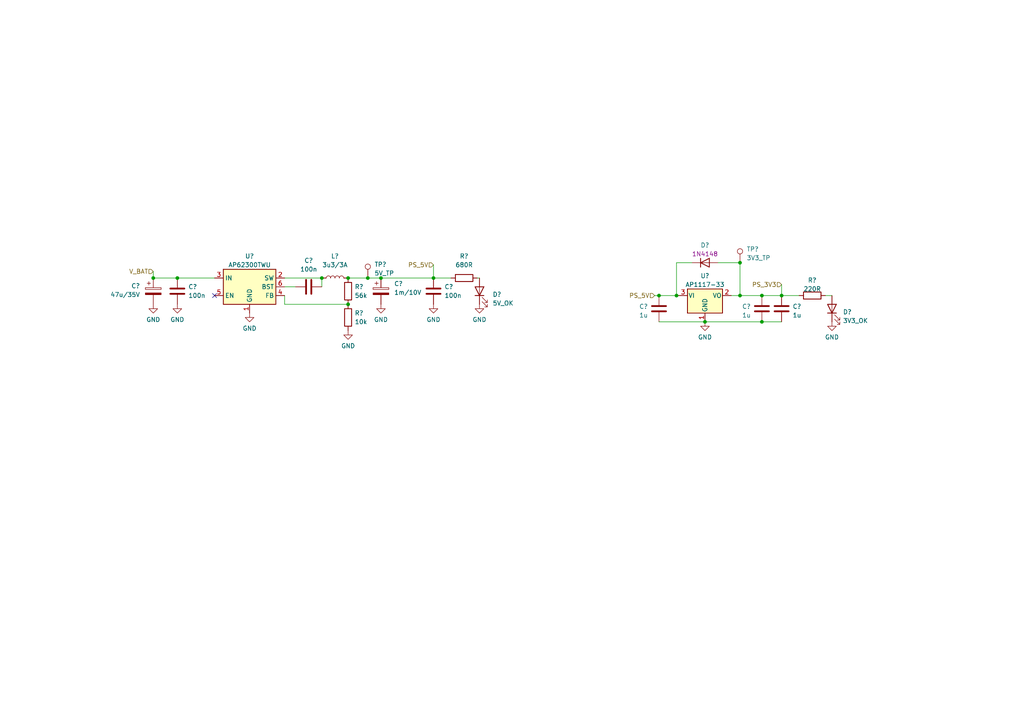
<source format=kicad_sch>
(kicad_sch (version 20230121) (generator eeschema)
  (paper "A4")
  (title_block (title "Power Supplies") (date "2023-03-06") (rev "V1.0") (comment 1 "Zuzanna Kunikowska") (comment 2 "Mateusz Wójcik"))
  (lib_symbols
    (symbol "Connector:TestPoint" (pin_numbers hide) (pin_names (offset 0.762) hide)
      (property "Reference" "TP" (at 0 6.858 0))
      (property "Value" "TestPoint" (at 0 5.08 0))
      (symbol "TestPoint_0_1"
        (circle (center 0 3.302) (radius 0.762))
      )
      (symbol "TestPoint_1_1"
        (pin passive line (at 0 0 90) (length 2.54) (name "1") (number "1"))
      )
    )
    (symbol "Device:C" (pin_numbers hide) (pin_names (offset 0.254))
      (property "Reference" "C" (at 0.635 2.54 0))
      (property "Value" "C" (at 0.635 -2.54 0))
      (symbol "C_0_1"
        (polyline (pts (xy -2.032 -0.762) (xy 2.032 -0.762)) (stroke (width 0.508)))
        (polyline (pts (xy -2.032 0.762) (xy 2.032 0.762)) (stroke (width 0.508)))
      )
      (symbol "C_1_1"
        (pin passive line (at 0 3.81 270) (length 2.794) (name "~") (number "1"))
        (pin passive line (at 0 -3.81 90) (length 2.794) (name "~") (number "2"))
      )
    )
    (symbol "Device:C_Polarized" (pin_numbers hide) (pin_names (offset 0.254))
      (property "Reference" "C" (at 0.635 2.54 0))
      (property "Value" "C_Polarized" (at 0.635 -2.54 0))
      (symbol "C_Polarized_0_1"
        (rectangle (start -2.286 0.508) (end 2.286 1.016))
        (polyline (pts (xy -1.778 2.286) (xy -0.762 2.286)))
        (polyline (pts (xy -1.27 2.794) (xy -1.27 1.778)))
        (rectangle (start 2.286 -0.508) (end -2.286 -1.016) (fill (type outline)))
      )
      (symbol "C_Polarized_1_1"
        (pin passive line (at 0 3.81 270) (length 2.794) (name "~") (number "1"))
        (pin passive line (at 0 -3.81 90) (length 2.794) (name "~") (number "2"))
      )
    )
    (symbol "Device:D" (pin_numbers hide) (pin_names (offset 1.016) hide)
      (property "Reference" "D" (at 0 2.54 0))
      (property "Value" "D" (at 0 -2.54 0))
      (symbol "D_0_1"
        (polyline (pts (xy -1.27 1.27) (xy -1.27 -1.27)) (stroke (width 0.254)))
        (polyline (pts (xy 1.27 0) (xy -1.27 0)))
        (polyline (pts (xy 1.27 1.27) (xy 1.27 -1.27) (xy -1.27 0) (xy 1.27 1.27)) (stroke (width 0.254)))
      )
      (symbol "D_1_1"
        (pin passive line (at -3.81 0 0) (length 2.54) (name "K") (number "1"))
        (pin passive line (at 3.81 0 180) (length 2.54) (name "A") (number "2"))
      )
    )
    (symbol "Device:L" (pin_numbers hide) (pin_names (offset 1.016) hide)
      (property "Reference" "L" (at -1.27 0 90))
      (property "Value" "L" (at 1.905 0 90))
      (symbol "L_0_1"
        (arc (start 0 -2.54) (mid 0.6323 -1.905) (end 0 -1.27))
        (arc (start 0 -1.27) (mid 0.6323 -0.635) (end 0 0))
        (arc (start 0 0) (mid 0.6323 0.635) (end 0 1.27))
        (arc (start 0 1.27) (mid 0.6323 1.905) (end 0 2.54))
      )
      (symbol "L_1_1"
        (pin passive line (at 0 3.81 270) (length 1.27) (name "1") (number "1"))
        (pin passive line (at 0 -3.81 90) (length 1.27) (name "2") (number "2"))
      )
    )
    (symbol "Device:LED" (pin_numbers hide) (pin_names (offset 1.016) hide)
      (property "Reference" "D" (at 0 2.54 0))
      (property "Value" "LED" (at 0 -2.54 0))
      (symbol "LED_0_1"
        (polyline (pts (xy -1.27 -1.27) (xy -1.27 1.27)) (stroke (width 0.254)))
        (polyline (pts (xy -1.27 0) (xy 1.27 0)))
        (polyline (pts (xy 1.27 -1.27) (xy 1.27 1.27) (xy -1.27 0) (xy 1.27 -1.27)) (stroke (width 0.254)))
        (polyline (pts (xy -3.048 -0.762) (xy -4.572 -2.286) (xy -3.81 -2.286) (xy -4.572 -2.286) (xy -4.572 -1.524)))
        (polyline (pts (xy -1.778 -0.762) (xy -3.302 -2.286) (xy -2.54 -2.286) (xy -3.302 -2.286) (xy -3.302 -1.524)))
      )
      (symbol "LED_1_1"
        (pin passive line (at -3.81 0 0) (length 2.54) (name "K") (number "1"))
        (pin passive line (at 3.81 0 180) (length 2.54) (name "A") (number "2"))
      )
    )
    (symbol "Device:R" (pin_numbers hide) (pin_names (offset 0))
      (property "Reference" "R" (at 2.032 0 90))
      (property "Value" "R" (at 0 0 90))
      (symbol "R_0_1"
        (rectangle (start -1.016 -2.54) (end 1.016 2.54) (stroke (width 0.254)))
      )
      (symbol "R_1_1"
        (pin passive line (at 0 3.81 270) (length 1.27) (name "~") (number "1"))
        (pin passive line (at 0 -3.81 90) (length 1.27) (name "~") (number "2"))
      )
    )
    (symbol "Regulator_Linear:AP1117-33" (pin_names (offset 0.254))
      (property "Reference" "U" (at -3.81 3.175 0))
      (property "Value" "AP1117-33" (at 0 3.175 0))
      (symbol "AP1117-33_0_1"
        (rectangle (start -5.08 -5.08) (end 5.08 1.905) (stroke (width 0.254)) (fill (type background)))
      )
      (symbol "AP1117-33_1_1"
        (pin power_in line (at 0 -7.62 90) (length 2.54) (name "GND") (number "1"))
        (pin power_out line (at 7.62 0 180) (length 2.54) (name "VO") (number "2"))
        (pin power_in line (at -7.62 0 0) (length 2.54) (name "VI") (number "3"))
      )
    )
    (symbol "Regulator_Switching:AP62300TWU"
      (property "Reference" "U" (at -7.62 6.35 0))
      (property "Value" "AP62300TWU" (at 2.54 6.35 0))
      (symbol "AP62300TWU_0_1"
        (rectangle (start -7.62 5.08) (end 7.62 -5.08) (stroke (width 0.254)) (fill (type background)))
      )
      (symbol "AP62300TWU_1_1"
        (pin power_in line (at 0 -7.62 90) (length 2.54) (name "GND") (number "1"))
        (pin output line (at 10.16 2.54 180) (length 2.54) (name "SW") (number "2"))
        (pin power_in line (at -10.16 2.54 0) (length 2.54) (name "IN") (number "3"))
        (pin input line (at 10.16 -2.54 180) (length 2.54) (name "FB") (number "4"))
        (pin input line (at -10.16 -2.54 0) (length 2.54) (name "EN") (number "5"))
        (pin passive line (at 10.16 0 180) (length 2.54) (name "BST") (number "6"))
      )
    )
    (symbol "power:GND" (power) (pin_names (offset 0))
      (property "Value" "GND" (at 0 -3.81 0))
      (symbol "GND_0_1"
        (polyline (pts (xy 0 0) (xy 0 -1.27) (xy 1.27 -1.27) (xy 0 -2.54) (xy -1.27 -1.27) (xy 0 -1.27)))
      )
      (symbol "GND_1_1"
        (pin power_in line (at 0 0 270) (length 0) hide (name "GND") (number "1"))
      )
    )
  )
  (junction (at 191.135 85.725))
  (junction (at 196.215 85.725))
  (junction (at 106.68 80.645))
  (junction (at 110.49 80.645))
  (junction (at 44.45 80.645))
  (junction (at 220.98 85.725))
  (junction (at 51.435 80.645))
  (junction (at 214.63 85.725))
  (junction (at 100.965 80.645))
  (junction (at 125.73 80.645))
  (junction (at 214.63 76.2))
  (junction (at 226.695 85.725))
  (junction (at 93.345 80.645))
  (junction (at 220.98 93.345))
  (junction (at 100.965 88.265))
  (junction (at 204.47 93.345))
  (no_connect (at 62.23 85.725))
  (wire (pts (xy 196.215 85.725) (xy 196.85 85.725)))
  (wire (pts (xy 226.695 85.725) (xy 231.775 85.725)))
  (wire (pts (xy 100.965 88.265) (xy 82.55 88.265)))
  (wire (pts (xy 138.43 80.645) (xy 139.065 80.645)))
  (wire (pts (xy 220.98 93.345) (xy 226.695 93.345)))
  (wire (pts (xy 196.215 76.2) (xy 196.215 85.725)))
  (wire (pts (xy 106.68 80.645) (xy 110.49 80.645)))
  (wire (pts (xy 204.47 93.345) (xy 220.98 93.345)))
  (wire (pts (xy 220.98 85.725) (xy 226.695 85.725)))
  (wire (pts (xy 191.135 93.345) (xy 204.47 93.345)))
  (wire (pts (xy 82.55 83.185) (xy 85.725 83.185)))
  (wire (pts (xy 44.45 78.74) (xy 44.45 80.645)))
  (wire (pts (xy 200.66 76.2) (xy 196.215 76.2)))
  (wire (pts (xy 208.28 76.2) (xy 214.63 76.2)))
  (wire (pts (xy 51.435 80.645) (xy 62.23 80.645)))
  (wire (pts (xy 82.55 80.645) (xy 93.345 80.645)))
  (wire (pts (xy 189.865 85.725) (xy 191.135 85.725)))
  (wire (pts (xy 125.73 76.835) (xy 125.73 80.645)))
  (wire (pts (xy 100.965 80.645) (xy 106.68 80.645)))
  (wire (pts (xy 214.63 85.725) (xy 220.98 85.725)))
  (wire (pts (xy 82.55 88.265) (xy 82.55 85.725)))
  (wire (pts (xy 212.09 85.725) (xy 214.63 85.725)))
  (wire (pts (xy 191.135 85.725) (xy 196.215 85.725)))
  (wire (pts (xy 239.395 85.725) (xy 241.3 85.725)))
  (wire (pts (xy 214.63 76.2) (xy 214.63 85.725)))
  (wire (pts (xy 44.45 80.645) (xy 51.435 80.645)))
  (wire (pts (xy 226.695 82.55) (xy 226.695 85.725)))
  (wire (pts (xy 125.73 80.645) (xy 130.81 80.645)))
  (wire (pts (xy 93.345 80.645) (xy 93.345 83.185)))
  (wire (pts (xy 110.49 80.645) (xy 125.73 80.645)))
  (hierarchical_label "PS_5V" (shape input) (at 189.865 85.725 180))
  (hierarchical_label "V_BAT" (shape input) (at 44.45 78.74 180))
  (hierarchical_label "PS_3V3" (shape input) (at 226.695 82.55 180))
  (hierarchical_label "PS_5V" (shape input) (at 125.73 76.835 180))
  (symbol (lib_id "Connector:TestPoint") (at 106.68 80.645 0) (unit 1)
    (property "Reference" "TP?" (at 108.585 76.708 0) (effects (justify left)))
    (property "Value" "5V_TP" (at 108.585 79.248 0) (effects (justify left)))
    (property "Footprint" "TestPoint:TestPoint_Pad_D1.5mm" (effects hide))
    (instances (project "Robot_Controller_PCB" (path "" (reference "TP?") (unit 1))) (project "Scout_Robot_Controller" (path "" (reference "TP18") (unit 1))))
  )
  (symbol (lib_id "power:GND") (at 125.73 88.265 0) (unit 1)
    (property "Reference" "#PWR?" (effects hide))
    (property "Value" "GND" (at 125.73 92.71 0))
    (instances (project "Robot_Controller_PCB" (path "" (reference "#PWR?") (unit 1))) (project "Scout_Robot_Controller" (path "" (reference "#PWR0112") (unit 1))))
  )
  (symbol (lib_id "Device:C") (at 191.135 89.535 0) (unit 1)
    (property "Reference" "C?" (at 187.96 88.9 0) (effects (justify right)))
    (property "Value" "1u" (at 187.96 91.44 0) (effects (justify right)))
    (property "Footprint" "Capacitor_SMD:C_1206_3216Metric" (effects hide))
    (instances (project "Robot_Controller_PCB" (path "" (reference "C?") (unit 1))) (project "Scout_Robot_Controller" (path "" (reference "C24") (unit 1))))
  )
  (symbol (lib_id "power:GND") (at 241.3 93.345 0) (unit 1)
    (property "Reference" "#PWR?" (effects hide))
    (property "Value" "GND" (at 241.3 97.79 0))
    (instances (project "Robot_Controller_PCB" (path "" (reference "#PWR?") (unit 1))) (project "Scout_Robot_Controller" (path "" (reference "#PWR0118") (unit 1))))
  )
  (symbol (lib_id "Device:C") (at 220.98 89.535 0) (unit 1)
    (property "Reference" "C?" (at 217.805 88.9 0) (effects (justify right)))
    (property "Value" "1u" (at 217.805 91.44 0) (effects (justify right)))
    (property "Footprint" "Capacitor_SMD:C_1206_3216Metric" (effects hide))
    (instances (project "Robot_Controller_PCB" (path "" (reference "C?") (unit 1))) (project "Scout_Robot_Controller" (path "" (reference "C25") (unit 1))))
  )
  (symbol (lib_id "Device:C") (at 125.73 84.455 0) (unit 1)
    (property "Reference" "C?" (at 128.905 83.1849 0) (effects (justify left)))
    (property "Value" "100n" (at 128.905 85.7249 0) (effects (justify left)))
    (property "Footprint" "Capacitor_SMD:C_0805_2012Metric" (effects hide))
    (instances (project "Robot_Controller_PCB" (path "" (reference "C?") (unit 1))) (project "Scout_Robot_Controller" (path "" (reference "C22") (unit 1))))
  )
  (symbol (lib_id "power:GND") (at 204.47 93.345 0) (unit 1)
    (property "Reference" "#PWR?" (effects hide))
    (property "Value" "GND" (at 204.47 97.79 0))
    (instances (project "Robot_Controller_PCB" (path "" (reference "#PWR?") (unit 1))) (project "Scout_Robot_Controller" (path "" (reference "#PWR0117") (unit 1))))
  )
  (symbol (lib_id "Device:C") (at 89.535 83.185 90) (unit 1)
    (property "Reference" "C?" (at 89.535 75.565 90))
    (property "Value" "100n" (at 89.535 78.105 90))
    (property "Footprint" "Capacitor_SMD:C_0805_2012Metric" (effects hide))
    (instances (project "Robot_Controller_PCB" (path "" (reference "C?") (unit 1))) (project "Scout_Robot_Controller" (path "" (reference "C19") (unit 1))))
  )
  (symbol (lib_id "Device:R") (at 134.62 80.645 90) (unit 1)
    (property "Reference" "R?" (at 134.62 74.295 90))
    (property "Value" "680R" (at 134.62 76.835 90))
    (property "Footprint" "Resistor_SMD:R_0805_2012Metric" (effects hide))
    (instances (project "Robot_Controller_PCB" (path "" (reference "R?") (unit 1))) (project "Scout_Robot_Controller" (path "" (reference "R47") (unit 1))))
  )
  (symbol (lib_id "Device:LED") (at 139.065 84.455 90) (unit 1)
    (property "Reference" "D?" (at 142.875 85.4075 90) (effects (justify right)))
    (property "Value" "5V_OK" (at 142.875 87.9475 90) (effects (justify right)))
    (property "Footprint" "LED_SMD:LED_0805_2012Metric" (effects hide))
    (instances (project "Robot_Controller_PCB" (path "" (reference "D?") (unit 1))) (project "Scout_Robot_Controller" (path "" (reference "D8") (unit 1))))
  )
  (symbol (lib_id "Device:R") (at 100.965 92.075 0) (unit 1)
    (property "Reference" "R?" (at 102.87 90.8049 0) (effects (justify left)))
    (property "Value" "10k" (at 102.87 93.3449 0) (effects (justify left)))
    (property "Footprint" "Resistor_SMD:R_0805_2012Metric" (effects hide))
    (instances (project "Robot_Controller_PCB" (path "" (reference "R?") (unit 1))) (project "Scout_Robot_Controller" (path "" (reference "R45") (unit 1))))
  )
  (symbol (lib_id "Regulator_Linear:AP1117-33") (at 204.47 85.725 0) (unit 1)
    (property "Reference" "U?" (at 204.47 80.01 0))
    (property "Value" "AP1117-33" (at 204.47 82.55 0))
    (property "Footprint" "Package_TO_SOT_SMD:SOT-223-3_TabPin2" (effects hide))
    (property "Datasheet" "http://www.diodes.com/datasheets/AP1117.pdf" (effects hide))
    (instances (project "Robot_Controller_PCB" (path "" (reference "U?") (unit 1))) (project "Scout_Robot_Controller" (path "" (reference "U7") (unit 1))))
  )
  (symbol (lib_id "power:GND") (at 100.965 95.885 0) (unit 1)
    (property "Reference" "#PWR?" (effects hide))
    (property "Value" "GND" (at 100.965 100.33 0))
    (instances (project "Robot_Controller_PCB" (path "" (reference "#PWR?") (unit 1))) (project "Scout_Robot_Controller" (path "" (reference "#PWR0108") (unit 1))))
  )
  (symbol (lib_id "Device:C") (at 226.695 89.535 0) (unit 1)
    (property "Reference" "C?" (at 229.87 88.9 0) (effects (justify left)))
    (property "Value" "1u" (at 229.87 91.44 0) (effects (justify left)))
    (property "Footprint" "Capacitor_SMD:C_1206_3216Metric" (effects hide))
    (instances (project "Robot_Controller_PCB" (path "" (reference "C?") (unit 1))) (project "Scout_Robot_Controller" (path "" (reference "C26") (unit 1))))
  )
  (symbol (lib_id "Device:C") (at 51.435 84.455 0) (unit 1)
    (property "Reference" "C?" (at 54.61 83.1849 0) (effects (justify left)))
    (property "Value" "100n" (at 54.61 85.7249 0) (effects (justify left)))
    (property "Footprint" "Capacitor_SMD:C_0805_2012Metric" (effects hide))
    (instances (project "Robot_Controller_PCB" (path "" (reference "C?") (unit 1))) (project "Scout_Robot_Controller" (path "" (reference "C16") (unit 1))))
  )
  (symbol (lib_id "power:GND") (at 139.065 88.265 0) (unit 1)
    (property "Reference" "#PWR?" (effects hide))
    (property "Value" "GND" (at 139.065 92.71 0))
    (instances (project "Robot_Controller_PCB" (path "" (reference "#PWR?") (unit 1))) (project "Scout_Robot_Controller" (path "" (reference "#PWR0114") (unit 1))))
  )
  (symbol (lib_id "Device:LED") (at 241.3 89.535 90) (unit 1)
    (property "Reference" "D?" (at 244.475 90.4875 90) (effects (justify right)))
    (property "Value" "3V3_OK" (at 244.475 93.0275 90) (effects (justify right)))
    (property "Footprint" "LED_SMD:LED_0805_2012Metric" (effects hide))
    (instances (project "Robot_Controller_PCB" (path "" (reference "D?") (unit 1))) (project "Scout_Robot_Controller" (path "" (reference "D11") (unit 1))))
  )
  (symbol (lib_id "power:GND") (at 44.45 88.265 0) (unit 1)
    (property "Reference" "#PWR?" (effects hide))
    (property "Value" "GND" (at 44.45 92.71 0))
    (instances (project "Robot_Controller_PCB" (path "" (reference "#PWR?") (unit 1))) (project "Scout_Robot_Controller" (path "" (reference "#PWR0102") (unit 1))))
  )
  (symbol (lib_id "Device:C_Polarized") (at 44.45 84.455 0) (unit 1)
    (property "Reference" "C?" (at 40.64 82.931 0) (effects (justify right)))
    (property "Value" "47u/35V" (at 40.64 85.471 0) (effects (justify right)))
    (property "Footprint" "Capacitor_SMD:CP_Elec_6.3x5.8" (effects hide))
    (instances (project "Robot_Controller_PCB" (path "" (reference "C?") (unit 1))) (project "Scout_Robot_Controller" (path "" (reference "C15") (unit 1))))
  )
  (symbol (lib_id "Device:D") (at 204.47 76.2 0) (unit 1)
    (property "Reference" "D?" (at 204.47 71.12 0))
    (property "Value" "D" (effects hide))
    (property "Footprint" "Diode_SMD:D_1206_3216Metric" (effects hide))
    (property "Datasheet" "https://www.vishay.com/docs/81857/1n4148.pdf" (effects hide))
    (property "MPN" "1N4148" (at 204.47 73.66 0))
    (instances (project "Robot_Controller_PCB" (path "" (reference "D?") (unit 1))) (project "Scout_Robot_Controller" (path "" (reference "D10") (unit 1))))
  )
  (symbol (lib_id "Device:C_Polarized") (at 110.49 84.455 0) (unit 1)
    (property "Reference" "C?" (at 114.3 82.2959 0) (effects (justify left)))
    (property "Value" "1m/10V" (at 114.3 84.8359 0) (effects (justify left)))
    (property "Footprint" "Capacitor_SMD:CP_Elec_10x7.9" (effects hide))
    (instances (project "Robot_Controller_PCB" (path "" (reference "C?") (unit 1))) (project "Scout_Robot_Controller" (path "" (reference "C20") (unit 1))))
  )
  (symbol (lib_id "Device:L") (at 97.155 80.645 90) (unit 1)
    (property "Reference" "L?" (at 97.155 74.295 90))
    (property "Value" "3u3/3A" (at 97.155 76.835 90))
    (property "Footprint" "kicad_library:FERROCORE_DJNR6045" (effects hide))
    (instances (project "Robot_Controller_PCB" (path "" (reference "L?") (unit 1))) (project "Scout_Robot_Controller" (path "" (reference "L2") (unit 1))))
  )
  (symbol (lib_id "Device:R") (at 235.585 85.725 90) (unit 1)
    (property "Reference" "R?" (at 235.585 81.28 90))
    (property "Value" "220R" (at 235.585 83.82 90))
    (property "Footprint" "Resistor_SMD:R_0805_2012Metric" (effects hide))
    (instances (project "Robot_Controller_PCB" (path "" (reference "R?") (unit 1))) (project "Scout_Robot_Controller" (path "" (reference "R49") (unit 1))))
  )
  (symbol (lib_id "Regulator_Switching:AP62300TWU") (at 72.39 83.185 0) (unit 1)
    (property "Reference" "U?" (at 72.39 74.295 0))
    (property "Value" "AP62300TWU" (at 72.39 76.835 0))
    (property "Footprint" "Package_TO_SOT_SMD:TSOT-23-6" (effects hide))
    (property "Datasheet" "https://www.diodes.com/assets/Datasheets/AP62300_AP62301_AP62300T.pdf" (effects hide))
    (instances (project "Robot_Controller_PCB" (path "" (reference "U?") (unit 1))) (project "Scout_Robot_Controller" (path "" (reference "U6") (unit 1))))
  )
  (symbol (lib_id "power:GND") (at 72.39 90.805 0) (unit 1)
    (property "Reference" "#PWR?" (effects hide))
    (property "Value" "GND" (at 72.39 95.25 0))
    (instances (project "Robot_Controller_PCB" (path "" (reference "#PWR?") (unit 1))) (project "Scout_Robot_Controller" (path "" (reference "#PWR0106") (unit 1))))
  )
  (symbol (lib_id "power:GND") (at 110.49 88.265 0) (unit 1)
    (property "Reference" "#PWR?" (effects hide))
    (property "Value" "GND" (at 110.49 92.71 0))
    (instances (project "Robot_Controller_PCB" (path "" (reference "#PWR?") (unit 1))) (project "Scout_Robot_Controller" (path "" (reference "#PWR0109") (unit 1))))
  )
  (symbol (lib_id "power:GND") (at 51.435 88.265 0) (unit 1)
    (property "Reference" "#PWR?" (effects hide))
    (property "Value" "GND" (at 51.435 92.71 0))
    (instances (project "Robot_Controller_PCB" (path "" (reference "#PWR?") (unit 1))) (project "Scout_Robot_Controller" (path "" (reference "#PWR0103") (unit 1))))
  )
  (symbol (lib_id "Device:R") (at 100.965 84.455 0) (unit 1)
    (property "Reference" "R?" (at 102.87 83.1849 0) (effects (justify left)))
    (property "Value" "56k" (at 102.87 85.7249 0) (effects (justify left)))
    (property "Footprint" "Resistor_SMD:R_0805_2012Metric" (effects hide))
    (instances (project "Robot_Controller_PCB" (path "" (reference "R?") (unit 1))) (project "Scout_Robot_Controller" (path "" (reference "R44") (unit 1))))
  )
  (symbol (lib_id "Connector:TestPoint") (at 214.63 76.2 0) (unit 1)
    (property "Reference" "TP?" (at 216.535 72.263 0) (effects (justify left)))
    (property "Value" "3V3_TP" (at 216.535 74.803 0) (effects (justify left)))
    (property "Footprint" "TestPoint:TestPoint_Pad_D1.5mm" (effects hide))
    (instances (project "Robot_Controller_PCB" (path "" (reference "TP?") (unit 1))) (project "Scout_Robot_Controller" (path "" (reference "TP21") (unit 1))))
  )
)
</source>
